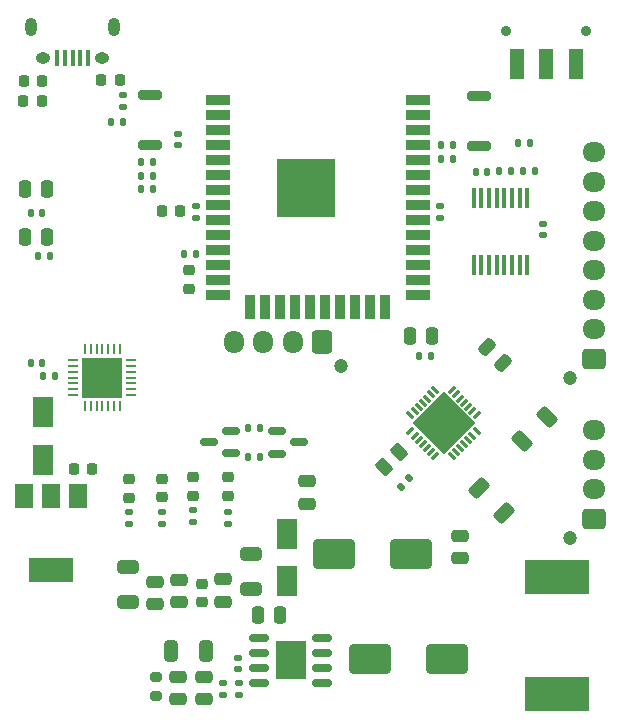
<source format=gbr>
%TF.GenerationSoftware,KiCad,Pcbnew,(6.0.7)*%
%TF.CreationDate,2023-01-17T20:56:03-06:00*%
%TF.ProjectId,SmartSpin2k,536d6172-7453-4706-996e-326b2e6b6963,2.35*%
%TF.SameCoordinates,Original*%
%TF.FileFunction,Soldermask,Top*%
%TF.FilePolarity,Negative*%
%FSLAX46Y46*%
G04 Gerber Fmt 4.6, Leading zero omitted, Abs format (unit mm)*
G04 Created by KiCad (PCBNEW (6.0.7)) date 2023-01-17 20:56:03*
%MOMM*%
%LPD*%
G01*
G04 APERTURE LIST*
G04 Aperture macros list*
%AMRoundRect*
0 Rectangle with rounded corners*
0 $1 Rounding radius*
0 $2 $3 $4 $5 $6 $7 $8 $9 X,Y pos of 4 corners*
0 Add a 4 corners polygon primitive as box body*
4,1,4,$2,$3,$4,$5,$6,$7,$8,$9,$2,$3,0*
0 Add four circle primitives for the rounded corners*
1,1,$1+$1,$2,$3*
1,1,$1+$1,$4,$5*
1,1,$1+$1,$6,$7*
1,1,$1+$1,$8,$9*
0 Add four rect primitives between the rounded corners*
20,1,$1+$1,$2,$3,$4,$5,0*
20,1,$1+$1,$4,$5,$6,$7,0*
20,1,$1+$1,$6,$7,$8,$9,0*
20,1,$1+$1,$8,$9,$2,$3,0*%
%AMRotRect*
0 Rectangle, with rotation*
0 The origin of the aperture is its center*
0 $1 length*
0 $2 width*
0 $3 Rotation angle, in degrees counterclockwise*
0 Add horizontal line*
21,1,$1,$2,0,0,$3*%
G04 Aperture macros list end*
%ADD10RoundRect,0.250000X-0.512652X-0.159099X-0.159099X-0.512652X0.512652X0.159099X0.159099X0.512652X0*%
%ADD11RoundRect,0.135000X0.185000X-0.135000X0.185000X0.135000X-0.185000X0.135000X-0.185000X-0.135000X0*%
%ADD12RoundRect,0.250000X-1.500000X-1.000000X1.500000X-1.000000X1.500000X1.000000X-1.500000X1.000000X0*%
%ADD13RoundRect,0.218750X-0.256250X0.218750X-0.256250X-0.218750X0.256250X-0.218750X0.256250X0.218750X0*%
%ADD14RoundRect,0.225000X0.225000X0.250000X-0.225000X0.250000X-0.225000X-0.250000X0.225000X-0.250000X0*%
%ADD15R,1.500000X2.000000*%
%ADD16R,3.800000X2.000000*%
%ADD17RoundRect,0.250000X0.475000X-0.250000X0.475000X0.250000X-0.475000X0.250000X-0.475000X-0.250000X0*%
%ADD18RoundRect,0.150000X-0.662500X-0.150000X0.662500X-0.150000X0.662500X0.150000X-0.662500X0.150000X0*%
%ADD19R,2.514000X3.200000*%
%ADD20RoundRect,0.200000X-0.800000X0.200000X-0.800000X-0.200000X0.800000X-0.200000X0.800000X0.200000X0*%
%ADD21C,0.900000*%
%ADD22R,1.250000X2.500000*%
%ADD23RoundRect,0.218750X0.218750X0.256250X-0.218750X0.256250X-0.218750X-0.256250X0.218750X-0.256250X0*%
%ADD24RoundRect,0.140000X0.170000X-0.140000X0.170000X0.140000X-0.170000X0.140000X-0.170000X-0.140000X0*%
%ADD25RoundRect,0.218750X-0.218750X-0.256250X0.218750X-0.256250X0.218750X0.256250X-0.218750X0.256250X0*%
%ADD26RoundRect,0.150000X0.587500X0.150000X-0.587500X0.150000X-0.587500X-0.150000X0.587500X-0.150000X0*%
%ADD27RoundRect,0.250000X0.650000X-0.325000X0.650000X0.325000X-0.650000X0.325000X-0.650000X-0.325000X0*%
%ADD28RoundRect,0.135000X-0.135000X-0.185000X0.135000X-0.185000X0.135000X0.185000X-0.135000X0.185000X0*%
%ADD29RoundRect,0.140000X-0.140000X-0.170000X0.140000X-0.170000X0.140000X0.170000X-0.140000X0.170000X0*%
%ADD30RoundRect,0.250000X-0.132583X0.503814X-0.503814X0.132583X0.132583X-0.503814X0.503814X-0.132583X0*%
%ADD31RoundRect,0.062500X0.185616X0.274004X-0.274004X-0.185616X-0.185616X-0.274004X0.274004X0.185616X0*%
%ADD32RoundRect,0.062500X-0.185616X0.274004X-0.274004X0.185616X0.185616X-0.274004X0.274004X-0.185616X0*%
%ADD33RotRect,3.750000X3.750000X225.000000*%
%ADD34RoundRect,0.250000X-0.250000X-0.475000X0.250000X-0.475000X0.250000X0.475000X-0.250000X0.475000X0*%
%ADD35RoundRect,0.140000X-0.170000X0.140000X-0.170000X-0.140000X0.170000X-0.140000X0.170000X0.140000X0*%
%ADD36RoundRect,0.218750X0.256250X-0.218750X0.256250X0.218750X-0.256250X0.218750X-0.256250X-0.218750X0*%
%ADD37RoundRect,0.135000X0.035355X-0.226274X0.226274X-0.035355X-0.035355X0.226274X-0.226274X0.035355X0*%
%ADD38R,0.400000X1.350000*%
%ADD39O,1.250000X0.950000*%
%ADD40O,1.000000X1.550000*%
%ADD41RoundRect,0.200000X0.275000X-0.200000X0.275000X0.200000X-0.275000X0.200000X-0.275000X-0.200000X0*%
%ADD42RoundRect,0.250000X0.250000X0.475000X-0.250000X0.475000X-0.250000X-0.475000X0.250000X-0.475000X0*%
%ADD43RoundRect,0.135000X0.135000X0.185000X-0.135000X0.185000X-0.135000X-0.185000X0.135000X-0.185000X0*%
%ADD44RoundRect,0.135000X-0.185000X0.135000X-0.185000X-0.135000X0.185000X-0.135000X0.185000X0.135000X0*%
%ADD45R,2.000000X0.900000*%
%ADD46R,0.900000X2.000000*%
%ADD47R,5.000000X5.000000*%
%ADD48RoundRect,0.140000X0.140000X0.170000X-0.140000X0.170000X-0.140000X-0.170000X0.140000X-0.170000X0*%
%ADD49R,1.800000X2.500000*%
%ADD50RoundRect,0.150000X-0.587500X-0.150000X0.587500X-0.150000X0.587500X0.150000X-0.587500X0.150000X0*%
%ADD51RoundRect,0.225000X0.250000X-0.225000X0.250000X0.225000X-0.250000X0.225000X-0.250000X-0.225000X0*%
%ADD52R,0.355600X1.676400*%
%ADD53RoundRect,0.250000X0.325000X0.650000X-0.325000X0.650000X-0.325000X-0.650000X0.325000X-0.650000X0*%
%ADD54RoundRect,0.250000X0.662913X0.220971X0.220971X0.662913X-0.662913X-0.220971X-0.220971X-0.662913X0*%
%ADD55RoundRect,0.225000X-0.250000X0.225000X-0.250000X-0.225000X0.250000X-0.225000X0.250000X0.225000X0*%
%ADD56RoundRect,0.062500X-0.062500X0.337500X-0.062500X-0.337500X0.062500X-0.337500X0.062500X0.337500X0*%
%ADD57RoundRect,0.062500X-0.337500X0.062500X-0.337500X-0.062500X0.337500X-0.062500X0.337500X0.062500X0*%
%ADD58R,3.350000X3.350000*%
%ADD59RoundRect,0.200000X0.800000X-0.200000X0.800000X0.200000X-0.800000X0.200000X-0.800000X-0.200000X0*%
%ADD60R,5.400000X2.900000*%
%ADD61RoundRect,0.250000X-0.220971X0.662913X-0.662913X0.220971X0.220971X-0.662913X0.662913X-0.220971X0*%
%ADD62C,1.200000*%
%ADD63RoundRect,0.250000X0.725000X-0.600000X0.725000X0.600000X-0.725000X0.600000X-0.725000X-0.600000X0*%
%ADD64O,1.950000X1.700000*%
%ADD65RoundRect,0.250000X0.600000X0.725000X-0.600000X0.725000X-0.600000X-0.725000X0.600000X-0.725000X0*%
%ADD66O,1.700000X1.950000*%
G04 APERTURE END LIST*
D10*
%TO.C,C6*%
X42778049Y31379351D03*
X44121551Y30035849D03*
%TD*%
D11*
%TO.C,R6*%
X38820000Y42310000D03*
X38820000Y43330000D03*
%TD*%
D12*
%TO.C,C7*%
X29842500Y13840000D03*
X36342500Y13840000D03*
%TD*%
D13*
%TO.C,D3*%
X12411000Y20192100D03*
X12411000Y18617100D03*
%TD*%
D11*
%TO.C,R19*%
X21725000Y1911300D03*
X21725000Y2931300D03*
%TD*%
D14*
%TO.C,C32*%
X9325000Y21020000D03*
X7775000Y21020000D03*
%TD*%
D15*
%TO.C,U6*%
X8130000Y18760000D03*
D16*
X5830000Y12460000D03*
D15*
X5830000Y18760000D03*
X3530000Y18760000D03*
%TD*%
D17*
%TO.C,C1*%
X20430000Y9810000D03*
X20430000Y11710000D03*
%TD*%
D18*
%TO.C,U4*%
X23499500Y6726900D03*
X23499500Y5456900D03*
X23499500Y4186900D03*
X23499500Y2916900D03*
X28774500Y2916900D03*
X28774500Y4186900D03*
X28774500Y5456900D03*
X28774500Y6726900D03*
D19*
X26137000Y4821900D03*
%TD*%
D20*
%TO.C,SW2*%
X14266000Y52667800D03*
X14266000Y48467800D03*
%TD*%
D21*
%TO.C,S1*%
X44360000Y58090000D03*
X51160000Y58090000D03*
D22*
X50260000Y55340000D03*
X47760000Y55340000D03*
X45260000Y55340000D03*
%TD*%
D23*
%TO.C,D5*%
X5070500Y52170600D03*
X3495500Y52170600D03*
%TD*%
D24*
%TO.C,C2*%
X16576600Y48464800D03*
X16576600Y49424800D03*
%TD*%
D25*
%TO.C,D4*%
X10074100Y53948600D03*
X11649100Y53948600D03*
%TD*%
D26*
%TO.C,Q2*%
X21086700Y22365800D03*
X21086700Y24265800D03*
X19211700Y23315800D03*
%TD*%
D27*
%TO.C,C18*%
X22750000Y10885000D03*
X22750000Y13835000D03*
%TD*%
%TO.C,C3*%
X12330000Y9745000D03*
X12330000Y12695000D03*
%TD*%
D28*
%TO.C,R3*%
X10890000Y50420000D03*
X11910000Y50420000D03*
%TD*%
D29*
%TO.C,C20*%
X43820000Y46268300D03*
X44780000Y46268300D03*
%TD*%
D28*
%TO.C,R4*%
X38830000Y48470000D03*
X39850000Y48470000D03*
%TD*%
D30*
%TO.C,R17*%
X35306635Y22462835D03*
X34016165Y21172365D03*
%TD*%
D31*
%TO.C,U2*%
X41882911Y25571590D03*
X41529357Y25925144D03*
X41175804Y26278697D03*
X40822250Y26632250D03*
X40468697Y26985804D03*
X40115144Y27339357D03*
X39761590Y27692911D03*
D32*
X38400410Y27692911D03*
X38046856Y27339357D03*
X37693303Y26985804D03*
X37339750Y26632250D03*
X36986196Y26278697D03*
X36632643Y25925144D03*
X36279089Y25571590D03*
D31*
X36279089Y24210410D03*
X36632643Y23856856D03*
X36986196Y23503303D03*
X37339750Y23149750D03*
X37693303Y22796196D03*
X38046856Y22442643D03*
X38400410Y22089089D03*
D32*
X39761590Y22089089D03*
X40115144Y22442643D03*
X40468697Y22796196D03*
X40822250Y23149750D03*
X41175804Y23503303D03*
X41529357Y23856856D03*
X41882911Y24210410D03*
D33*
X39081000Y24891000D03*
%TD*%
D34*
%TO.C,C28*%
X23350000Y8710000D03*
X25250000Y8710000D03*
%TD*%
D12*
%TO.C,C19*%
X32877500Y4945000D03*
X39377500Y4945000D03*
%TD*%
D23*
%TO.C,D6*%
X5095900Y53897800D03*
X3520900Y53897800D03*
%TD*%
D17*
%TO.C,C14*%
X27549400Y18073600D03*
X27549400Y19973600D03*
%TD*%
D29*
%TO.C,C17*%
X45840000Y46268300D03*
X46800000Y46268300D03*
%TD*%
D28*
%TO.C,R1*%
X13500000Y44706000D03*
X14520000Y44706000D03*
%TD*%
D17*
%TO.C,C12*%
X40503400Y13476200D03*
X40503400Y15376200D03*
%TD*%
D29*
%TO.C,C23*%
X4150000Y30030000D03*
X5110000Y30030000D03*
%TD*%
D35*
%TO.C,C21*%
X47507500Y41794300D03*
X47507500Y40834300D03*
%TD*%
D36*
%TO.C,D1*%
X17872000Y18769500D03*
X17872000Y20344500D03*
%TD*%
D37*
%TO.C,R14*%
X35443776Y19526576D03*
X36165024Y20247824D03*
%TD*%
D38*
%TO.C,J4*%
X8986600Y55790000D03*
X8336600Y55790000D03*
X7686600Y55790000D03*
X7036600Y55790000D03*
X6386600Y55790000D03*
D39*
X10186600Y55790000D03*
X5186600Y55790000D03*
D40*
X11186600Y58490000D03*
X4186600Y58490000D03*
%TD*%
D11*
%TO.C,R9*%
X17872000Y16507000D03*
X17872000Y17527000D03*
%TD*%
D28*
%TO.C,R23*%
X5130000Y28940000D03*
X6150000Y28940000D03*
%TD*%
D41*
%TO.C,R20*%
X14710000Y1785000D03*
X14710000Y3435000D03*
%TD*%
D42*
%TO.C,C8*%
X38100600Y32257000D03*
X36200600Y32257000D03*
%TD*%
D17*
%TO.C,C5*%
X16696200Y9733800D03*
X16696200Y11633800D03*
%TD*%
D11*
%TO.C,R22*%
X20440000Y1870000D03*
X20440000Y2890000D03*
%TD*%
D43*
%TO.C,R21*%
X5730000Y39060000D03*
X4710000Y39060000D03*
%TD*%
D44*
%TO.C,R12*%
X15205000Y17425400D03*
X15205000Y16405400D03*
%TD*%
D24*
%TO.C,C15*%
X11918700Y51720400D03*
X11918700Y52680400D03*
%TD*%
%TO.C,C29*%
X21670000Y4090000D03*
X21670000Y5050000D03*
%TD*%
D45*
%TO.C,U1*%
X19948000Y52284000D03*
X19948000Y51014000D03*
X19948000Y49744000D03*
X19948000Y48474000D03*
X19948000Y47204000D03*
X19948000Y45934000D03*
X19948000Y44664000D03*
X19948000Y43394000D03*
X19948000Y42124000D03*
X19948000Y40854000D03*
X19948000Y39584000D03*
X19948000Y38314000D03*
X19948000Y37044000D03*
X19948000Y35774000D03*
D46*
X22733000Y34774000D03*
X24003000Y34774000D03*
X25273000Y34774000D03*
X26543000Y34774000D03*
X27813000Y34774000D03*
X29083000Y34774000D03*
X30353000Y34774000D03*
X31623000Y34774000D03*
X32893000Y34774000D03*
X34163000Y34774000D03*
D45*
X36948000Y35774000D03*
X36948000Y37044000D03*
X36948000Y38314000D03*
X36948000Y39584000D03*
X36948000Y40854000D03*
X36948000Y42124000D03*
X36948000Y43394000D03*
X36948000Y44664000D03*
X36948000Y45934000D03*
X36948000Y47204000D03*
X36948000Y48474000D03*
X36948000Y49744000D03*
X36948000Y51014000D03*
X36948000Y52284000D03*
D47*
X27448000Y44784000D03*
%TD*%
D11*
%TO.C,R13*%
X12411000Y16380000D03*
X12411000Y17400000D03*
%TD*%
D48*
%TO.C,C27*%
X5080000Y42710000D03*
X4120000Y42710000D03*
%TD*%
D49*
%TO.C,D7*%
X5146600Y21824200D03*
X5146600Y25824200D03*
%TD*%
D13*
%TO.C,D2*%
X15205000Y20217500D03*
X15205000Y18642500D03*
%TD*%
D49*
%TO.C,D8*%
X25830000Y11540000D03*
X25830000Y15540000D03*
%TD*%
D48*
%TO.C,C22*%
X42761000Y46204300D03*
X41801000Y46204300D03*
%TD*%
D28*
%TO.C,R5*%
X38830000Y47270000D03*
X39850000Y47270000D03*
%TD*%
D50*
%TO.C,Q1*%
X25011700Y24240800D03*
X25011700Y22340800D03*
X26886700Y23290800D03*
%TD*%
D51*
%TO.C,C9*%
X18601200Y9731000D03*
X18601200Y11281000D03*
%TD*%
D13*
%TO.C,D9*%
X20793000Y20344500D03*
X20793000Y18769500D03*
%TD*%
D14*
%TO.C,C11*%
X16792800Y42848800D03*
X15242800Y42848800D03*
%TD*%
D17*
%TO.C,C4*%
X14613400Y9581400D03*
X14613400Y11481400D03*
%TD*%
D43*
%TO.C,R18*%
X38060400Y30600000D03*
X37040400Y30600000D03*
%TD*%
D29*
%TO.C,C16*%
X13505800Y47065200D03*
X14465800Y47065200D03*
%TD*%
D52*
%TO.C,U3*%
X46172499Y43963700D03*
X45522501Y43963700D03*
X44872499Y43963700D03*
X44222501Y43963700D03*
X43572502Y43963700D03*
X42922501Y43963700D03*
X42272502Y43963700D03*
X41622501Y43963700D03*
X41622501Y38324900D03*
X42272499Y38324900D03*
X42922501Y38324900D03*
X43572499Y38324900D03*
X44222498Y38324900D03*
X44872499Y38324900D03*
X45522498Y38324900D03*
X46172499Y38324900D03*
%TD*%
D43*
%TO.C,R11*%
X18128000Y39216600D03*
X17108000Y39216600D03*
%TD*%
D53*
%TO.C,C30*%
X18935000Y5610000D03*
X15985000Y5610000D03*
%TD*%
D17*
%TO.C,C31*%
X18760000Y1520000D03*
X18760000Y3420000D03*
%TD*%
D54*
%TO.C,R16*%
X44179144Y17329056D03*
X42110856Y19397344D03*
%TD*%
D42*
%TO.C,C25*%
X5550000Y44710000D03*
X3650000Y44710000D03*
%TD*%
D55*
%TO.C,C10*%
X17491000Y37858000D03*
X17491000Y36308000D03*
%TD*%
D56*
%TO.C,U5*%
X11701200Y31227200D03*
X11201200Y31227200D03*
X10701200Y31227200D03*
X10201200Y31227200D03*
X9701200Y31227200D03*
X9201200Y31227200D03*
X8701200Y31227200D03*
D57*
X7751200Y30277200D03*
X7751200Y29777200D03*
X7751200Y29277200D03*
X7751200Y28777200D03*
X7751200Y28277200D03*
X7751200Y27777200D03*
X7751200Y27277200D03*
D56*
X8701200Y26327200D03*
X9201200Y26327200D03*
X9701200Y26327200D03*
X10201200Y26327200D03*
X10701200Y26327200D03*
X11201200Y26327200D03*
X11701200Y26327200D03*
D57*
X12651200Y27277200D03*
X12651200Y27777200D03*
X12651200Y28277200D03*
X12651200Y28777200D03*
X12651200Y29277200D03*
X12651200Y29777200D03*
X12651200Y30277200D03*
D58*
X10201200Y28777200D03*
%TD*%
D44*
%TO.C,R10*%
X18100600Y43308000D03*
X18100600Y42288000D03*
%TD*%
D17*
%TO.C,C26*%
X16600000Y1540000D03*
X16600000Y3440000D03*
%TD*%
D43*
%TO.C,R2*%
X14509600Y45847200D03*
X13489600Y45847200D03*
%TD*%
%TO.C,R8*%
X23563600Y22046200D03*
X22543600Y22046200D03*
%TD*%
%TO.C,R7*%
X23563600Y24535400D03*
X22543600Y24535400D03*
%TD*%
D44*
%TO.C,R24*%
X20793000Y17417000D03*
X20793000Y16397000D03*
%TD*%
D59*
%TO.C,SW1*%
X42110000Y48420000D03*
X42110000Y52620000D03*
%TD*%
D60*
%TO.C,L1*%
X48680000Y2020000D03*
X48680000Y11920000D03*
%TD*%
D34*
%TO.C,C24*%
X3650000Y40710000D03*
X5550000Y40710000D03*
%TD*%
D61*
%TO.C,R15*%
X47811344Y25442544D03*
X45743056Y23374256D03*
%TD*%
D48*
%TO.C,C13*%
X46380000Y48630000D03*
X45420000Y48630000D03*
%TD*%
D62*
%TO.C,J1*%
X49798000Y15223000D03*
D63*
X51798000Y16823000D03*
D64*
X51798000Y19323000D03*
X51798000Y21823000D03*
X51798000Y24323000D03*
%TD*%
D62*
%TO.C,J3*%
X49781000Y28752000D03*
D63*
X51781000Y30352000D03*
D64*
X51781000Y32852000D03*
X51781000Y35352000D03*
X51781000Y37852000D03*
X51781000Y40352000D03*
X51781000Y42852000D03*
X51781000Y45352000D03*
X51781000Y47852000D03*
%TD*%
D62*
%TO.C,J2*%
X30410000Y29765000D03*
D65*
X28810000Y31765000D03*
D66*
X26310000Y31765000D03*
X23810000Y31765000D03*
X21310000Y31765000D03*
%TD*%
M02*

</source>
